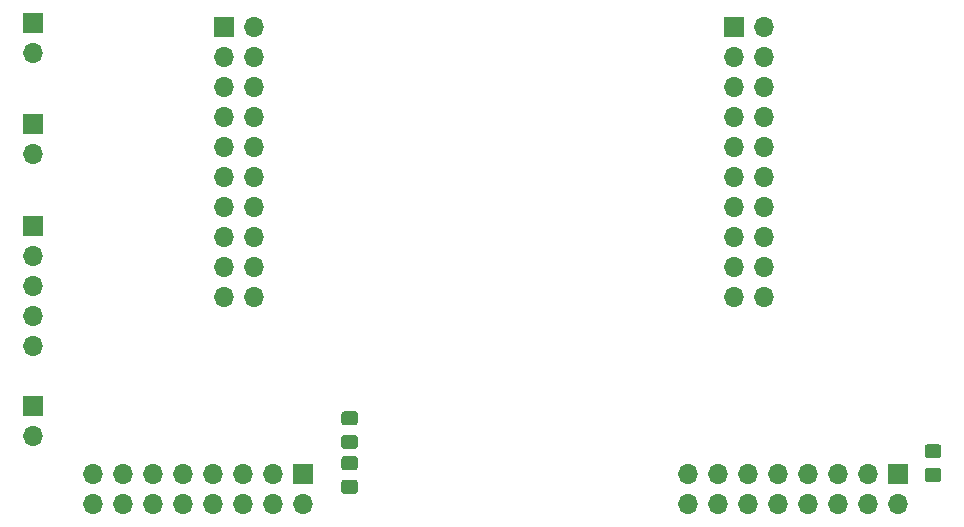
<source format=gts>
G04 #@! TF.GenerationSoftware,KiCad,Pcbnew,(6.0.6)*
G04 #@! TF.CreationDate,2024-05-12T15:36:13+02:00*
G04 #@! TF.ProjectId,pynq-buck-adapter,70796e71-2d62-4756-936b-2d6164617074,rev?*
G04 #@! TF.SameCoordinates,Original*
G04 #@! TF.FileFunction,Soldermask,Top*
G04 #@! TF.FilePolarity,Negative*
%FSLAX46Y46*%
G04 Gerber Fmt 4.6, Leading zero omitted, Abs format (unit mm)*
G04 Created by KiCad (PCBNEW (6.0.6)) date 2024-05-12 15:36:13*
%MOMM*%
%LPD*%
G01*
G04 APERTURE LIST*
%ADD10R,1.700000X1.700000*%
%ADD11O,1.700000X1.700000*%
G04 APERTURE END LIST*
G36*
G01*
X115950000Y-66600000D02*
X116850000Y-66600000D01*
G75*
G02*
X117100000Y-66850000I0J-250000D01*
G01*
X117100000Y-67550000D01*
G75*
G02*
X116850000Y-67800000I-250000J0D01*
G01*
X115950000Y-67800000D01*
G75*
G02*
X115700000Y-67550000I0J250000D01*
G01*
X115700000Y-66850000D01*
G75*
G02*
X115950000Y-66600000I250000J0D01*
G01*
G37*
G36*
G01*
X115950000Y-64600000D02*
X116850000Y-64600000D01*
G75*
G02*
X117100000Y-64850000I0J-250000D01*
G01*
X117100000Y-65550000D01*
G75*
G02*
X116850000Y-65800000I-250000J0D01*
G01*
X115950000Y-65800000D01*
G75*
G02*
X115700000Y-65550000I0J250000D01*
G01*
X115700000Y-64850000D01*
G75*
G02*
X115950000Y-64600000I250000J0D01*
G01*
G37*
G36*
G01*
X67450000Y-65000000D02*
X66550000Y-65000000D01*
G75*
G02*
X66300000Y-64750000I0J250000D01*
G01*
X66300000Y-64050000D01*
G75*
G02*
X66550000Y-63800000I250000J0D01*
G01*
X67450000Y-63800000D01*
G75*
G02*
X67700000Y-64050000I0J-250000D01*
G01*
X67700000Y-64750000D01*
G75*
G02*
X67450000Y-65000000I-250000J0D01*
G01*
G37*
G36*
G01*
X67450000Y-63000000D02*
X66550000Y-63000000D01*
G75*
G02*
X66300000Y-62750000I0J250000D01*
G01*
X66300000Y-62050000D01*
G75*
G02*
X66550000Y-61800000I250000J0D01*
G01*
X67450000Y-61800000D01*
G75*
G02*
X67700000Y-62050000I0J-250000D01*
G01*
X67700000Y-62750000D01*
G75*
G02*
X67450000Y-63000000I-250000J0D01*
G01*
G37*
G36*
G01*
X66550000Y-65600000D02*
X67450000Y-65600000D01*
G75*
G02*
X67700000Y-65850000I0J-250000D01*
G01*
X67700000Y-66550000D01*
G75*
G02*
X67450000Y-66800000I-250000J0D01*
G01*
X66550000Y-66800000D01*
G75*
G02*
X66300000Y-66550000I0J250000D01*
G01*
X66300000Y-65850000D01*
G75*
G02*
X66550000Y-65600000I250000J0D01*
G01*
G37*
G36*
G01*
X66550000Y-67600000D02*
X67450000Y-67600000D01*
G75*
G02*
X67700000Y-67850000I0J-250000D01*
G01*
X67700000Y-68550000D01*
G75*
G02*
X67450000Y-68800000I-250000J0D01*
G01*
X66550000Y-68800000D01*
G75*
G02*
X66300000Y-68550000I0J250000D01*
G01*
X66300000Y-67850000D01*
G75*
G02*
X66550000Y-67600000I250000J0D01*
G01*
G37*
D10*
X40200000Y-61375000D03*
D11*
X40200000Y-63915000D03*
D10*
X40200000Y-37510000D03*
D11*
X40200000Y-40050000D03*
D10*
X113475000Y-67150000D03*
D11*
X113475000Y-69690000D03*
X110935000Y-67150000D03*
X110935000Y-69690000D03*
X108395000Y-67150000D03*
X108395000Y-69690000D03*
X105855000Y-67150000D03*
X105855000Y-69690000D03*
X103315000Y-67150000D03*
X103315000Y-69690000D03*
X100775000Y-67150000D03*
X100775000Y-69690000D03*
X98235000Y-67150000D03*
X98235000Y-69690000D03*
X95695000Y-67150000D03*
X95695000Y-69690000D03*
D10*
X40200000Y-28910000D03*
D11*
X40200000Y-31450000D03*
X102110000Y-52110000D03*
X99570000Y-52110000D03*
X102110000Y-49570000D03*
X99570000Y-49570000D03*
X102110000Y-47030000D03*
X99570000Y-47030000D03*
X102110000Y-44490000D03*
X99570000Y-44490000D03*
X102110000Y-41950000D03*
X99570000Y-41950000D03*
X102110000Y-39410000D03*
X99570000Y-39410000D03*
X102110000Y-36870000D03*
X99570000Y-36870000D03*
X102110000Y-34330000D03*
X99570000Y-34330000D03*
X102110000Y-31790000D03*
X99570000Y-31790000D03*
X102110000Y-29250000D03*
D10*
X99570000Y-29250000D03*
D11*
X58930000Y-52110000D03*
X56390000Y-52110000D03*
X58930000Y-49570000D03*
X56390000Y-49570000D03*
X58930000Y-47030000D03*
X56390000Y-47030000D03*
X58930000Y-44490000D03*
X56390000Y-44490000D03*
X58930000Y-41950000D03*
X56390000Y-41950000D03*
X58930000Y-39410000D03*
X56390000Y-39410000D03*
X58930000Y-36870000D03*
X56390000Y-36870000D03*
X58930000Y-34330000D03*
X56390000Y-34330000D03*
X58930000Y-31790000D03*
X56390000Y-31790000D03*
X58930000Y-29250000D03*
D10*
X56390000Y-29250000D03*
X63075000Y-67150000D03*
D11*
X63075000Y-69690000D03*
X60535000Y-67150000D03*
X60535000Y-69690000D03*
X57995000Y-67150000D03*
X57995000Y-69690000D03*
X55455000Y-67150000D03*
X55455000Y-69690000D03*
X52915000Y-67150000D03*
X52915000Y-69690000D03*
X50375000Y-67150000D03*
X50375000Y-69690000D03*
X47835000Y-67150000D03*
X47835000Y-69690000D03*
X45295000Y-67150000D03*
X45295000Y-69690000D03*
D10*
X40200000Y-46120000D03*
D11*
X40200000Y-48660000D03*
X40200000Y-51200000D03*
X40200000Y-53740000D03*
X40200000Y-56280000D03*
M02*

</source>
